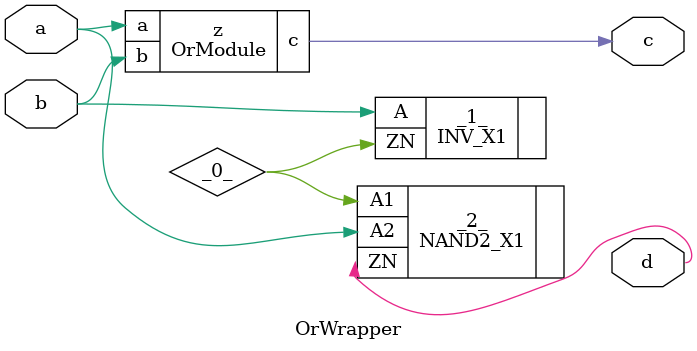
<source format=v>
/* Generated by Yosys 0.9 (git sha1 UNKNOWN, clang  -fPIC -Os) */

module AndModule(a, b, c);
  input a;
  input b;
  output c;
  AND2_X1 _0_ (
    .A1(b),
    .A2(a),
    .ZN(c)
  );
endmodule

module AndOr(a, b, c, d, e, f);
  wire _0_;
  input a;
  input b;
  input c;
  output d;
  output e;
  output f;
  wire h;
  LOGIC1_X1 _1_ (
    .Z(_0_)
  );
  AndModule x (
    .a(a),
    .b(b),
    .c(d)
  );
  OrWrapper y (
    .a(b),
    .b(c),
    .c(e),
    .d(h)
  );
  OrModule z (
    .a(_0_),
    .b(h),
    .c(f)
  );
endmodule

module Constants(clock, io_wide_bus, reduced, out);
  wire _00_;
  wire _01_;
  wire _02_;
  wire _03_;
  wire _04_;
  wire _05_;
  input clock;
  input [5:0] io_wide_bus;
  output [2:0] out;
  output reduced;
  NOR3_X1 _06_ (
    .A1(io_wide_bus[4]),
    .A2(io_wide_bus[3]),
    .A3(io_wide_bus[0]),
    .ZN(_01_)
  );
  NOR3_X1 _07_ (
    .A1(io_wide_bus[5]),
    .A2(io_wide_bus[2]),
    .A3(io_wide_bus[1]),
    .ZN(_02_)
  );
  NAND2_X1 _08_ (
    .A1(_01_),
    .A2(_02_),
    .ZN(_00_)
  );
  LOGIC1_X1 _09_ (
    .Z(_04_)
  );
  LOGIC0_X1 _10_ (
    .Z(_05_)
  );
  DFF_X1 _11_ (
    .CK(clock),
    .D(_00_),
    .Q(reduced),
    .QN(_03_)
  );
  AndOr mod (
    .a(reduced),
    .b(_05_),
    .c(_04_),
    .d(out[0]),
    .e(out[1]),
    .f(out[2])
  );
endmodule

module OrModule(a, b, c);
  input a;
  input b;
  output c;
  OR2_X1 _0_ (
    .A1(b),
    .A2(a),
    .ZN(c)
  );
endmodule

module OrWrapper(a, b, c, d);
  wire _0_;
  input a;
  input b;
  output c;
  output d;
  INV_X1 _1_ (
    .A(b),
    .ZN(_0_)
  );
  NAND2_X1 _2_ (
    .A1(_0_),
    .A2(a),
    .ZN(d)
  );
  OrModule z (
    .a(a),
    .b(b),
    .c(c)
  );
endmodule

</source>
